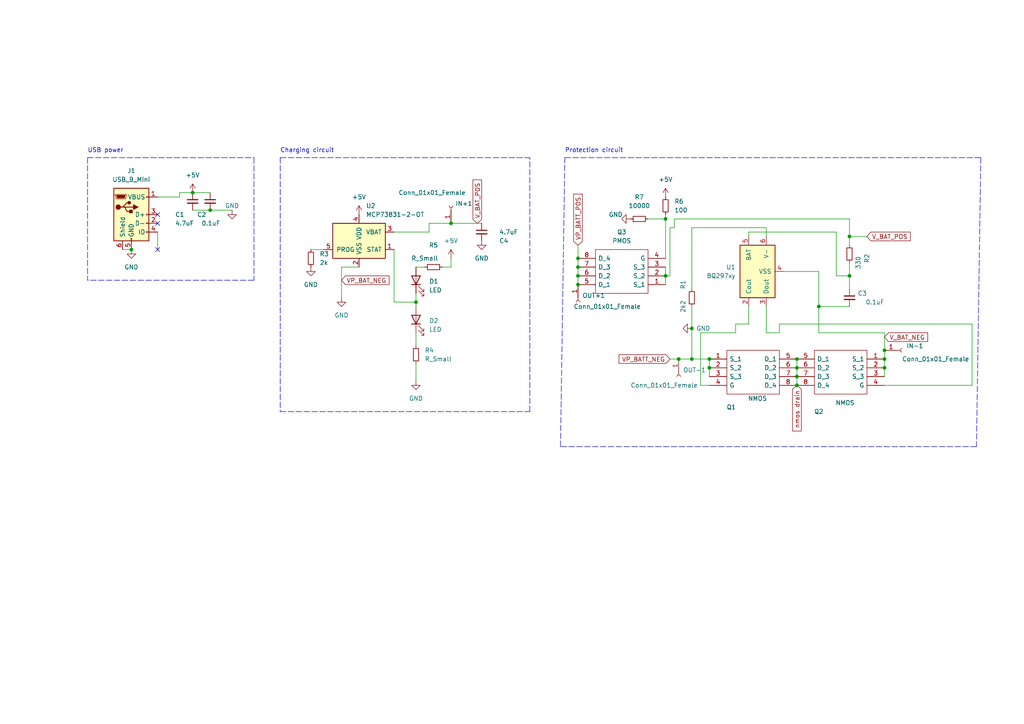
<source format=kicad_sch>
(kicad_sch (version 20211123) (generator eeschema)
  (paper "A4")
  (lib_symbols
    (symbol "Battery_Management:BQ297xy" (pin_names (offset 1.016))
      (property "Reference" "U" (at -6.35 6.35 0))
      (property "Value" "BQ297xy" (at 5.08 -6.35 0))
      (symbol "BQ297xy_0_1"
        (rectangle (start -7.62 5.08) (end 7.62 -5.08) (stroke (width 0.254)) (fill (type background)))
      )
      (symbol "BQ297xy_1_1"
        (pin no_connect line (at 7.62 0 180) (length 2.54) hide (name "NC") (number "1"))
        (pin output line (at 10.16 2.54 180) (length 2.54) (name "Cout") (number "2"))
        (pin output line (at 10.16 -2.54 180) (length 2.54) (name "Dout") (number "3"))
        (pin power_in line (at 0 -7.62 90) (length 2.54) (name "VSS") (number "4"))
        (pin input line (at -10.16 2.54 0) (length 2.54) (name "BAT") (number "5"))
        (pin input line (at -10.16 -2.54 0) (length 2.54) (name "V-") (number "6"))
      )
    )
    (symbol "Battery_Management:MCP73831-2-OT" (pin_names (offset 1.016))
      (property "Reference" "U" (at -7.62 6.35 0))
      (property "Value" "MCP73831-2-OT" (at 1.27 6.35 0))
      (symbol "MCP73831-2-OT_0_1"
        (rectangle (start -7.62 5.08) (end 7.62 -5.08) (stroke (width 0.254)) (fill (type background)))
      )
      (symbol "MCP73831-2-OT_1_1"
        (pin output line (at 10.16 -2.54 180) (length 2.54) (name "STAT") (number "1"))
        (pin power_in line (at 0 -7.62 90) (length 2.54) (name "VSS") (number "2"))
        (pin power_out line (at 10.16 2.54 180) (length 2.54) (name "VBAT") (number "3"))
        (pin power_in line (at 0 7.62 270) (length 2.54) (name "VDD") (number "4"))
        (pin input line (at -10.16 -2.54 0) (length 2.54) (name "PROG") (number "5"))
      )
    )
    (symbol "Connector:Conn_01x01_Female" (pin_names (offset 1.016) hide)
      (property "Reference" "J" (at 0 2.54 0))
      (property "Value" "Conn_01x01_Female" (at 0 -2.54 0))
      (symbol "Conn_01x01_Female_1_1"
        (polyline (pts (xy -1.27 0) (xy -0.508 0)) (stroke (width 0.1524)))
        (arc (start 0 0.508) (mid -0.508 0) (end 0 -0.508) (stroke (width 0.1524)))
        (pin passive line (at -5.08 0 0) (length 3.81) (name "Pin_1") (number "1"))
      )
    )
    (symbol "Connector:USB_B_Mini" (pin_names (offset 1.016))
      (property "Reference" "J" (at -5.08 11.43 0))
      (property "Value" "USB_B_Mini" (at -5.08 8.89 0))
      (symbol "USB_B_Mini_0_1"
        (rectangle (start -5.08 -7.62) (end 5.08 7.62) (stroke (width 0.254)) (fill (type background)))
        (circle (center -3.81 2.159) (radius 0.635) (stroke (width 0.254)) (fill (type outline)))
        (circle (center -0.635 3.429) (radius 0.381) (stroke (width 0.254)) (fill (type outline)))
        (rectangle (start -0.127 -7.62) (end 0.127 -6.858))
        (polyline (pts (xy -1.905 2.159) (xy 0.635 2.159)) (stroke (width 0.254)))
        (polyline (pts (xy -3.175 2.159) (xy -2.54 2.159) (xy -1.27 3.429) (xy -0.635 3.429)) (stroke (width 0.254)))
        (polyline (pts (xy -2.54 2.159) (xy -1.905 2.159) (xy -1.27 0.889) (xy 0 0.889)) (stroke (width 0.254)))
        (polyline (pts (xy 0.635 2.794) (xy 0.635 1.524) (xy 1.905 2.159) (xy 0.635 2.794)) (stroke (width 0.254)) (fill (type outline)))
        (polyline (pts (xy -4.318 5.588) (xy -1.778 5.588) (xy -2.032 4.826) (xy -4.064 4.826) (xy -4.318 5.588)) (fill (type outline)))
        (polyline (pts (xy -4.699 5.842) (xy -4.699 5.588) (xy -4.445 4.826) (xy -4.445 4.572) (xy -1.651 4.572) (xy -1.651 4.826) (xy -1.397 5.588) (xy -1.397 5.842) (xy -4.699 5.842)))
        (rectangle (start 0.254 1.27) (end -0.508 0.508) (stroke (width 0.254)) (fill (type outline)))
        (rectangle (start 5.08 -5.207) (end 4.318 -4.953))
        (rectangle (start 5.08 -2.667) (end 4.318 -2.413))
        (rectangle (start 5.08 -0.127) (end 4.318 0.127))
        (rectangle (start 5.08 4.953) (end 4.318 5.207))
      )
      (symbol "USB_B_Mini_1_1"
        (pin power_out line (at 7.62 5.08 180) (length 2.54) (name "VBUS") (number "1"))
        (pin bidirectional line (at 7.62 -2.54 180) (length 2.54) (name "D-") (number "2"))
        (pin bidirectional line (at 7.62 0 180) (length 2.54) (name "D+") (number "3"))
        (pin passive line (at 7.62 -5.08 180) (length 2.54) (name "ID") (number "4"))
        (pin power_out line (at 0 -10.16 90) (length 2.54) (name "GND") (number "5"))
        (pin passive line (at -2.54 -10.16 90) (length 2.54) (name "Shield") (number "6"))
      )
    )
    (symbol "Custom:SQJ418EP-T1_GE3" (pin_names (offset 0.762))
      (property "Reference" "Q" (at 21.59 7.62 0))
      (property "Value" "SQJ418EP-T1_GE3" (at 21.59 5.08 0))
      (symbol "SQJ418EP-T1_GE3_0_0"
        (pin passive line (at 0 0 0) (length 5.08) (name "S_1") (number "1"))
        (pin passive line (at 0 -2.54 0) (length 5.08) (name "S_2") (number "2"))
        (pin passive line (at 0 -5.08 0) (length 5.08) (name "S_3") (number "3"))
        (pin passive line (at 0 -7.62 0) (length 5.08) (name "G") (number "4"))
        (pin passive line (at 25.4 0 180) (length 5.08) (name "D_1") (number "5"))
        (pin passive line (at 25.4 -2.54 180) (length 5.08) (name "D_2") (number "6"))
        (pin passive line (at 25.4 -5.08 180) (length 5.08) (name "D_3") (number "7"))
        (pin passive line (at 25.4 -7.62 180) (length 5.08) (name "D_4") (number "8"))
      )
      (symbol "SQJ418EP-T1_GE3_0_1"
        (polyline (pts (xy 5.08 2.54) (xy 20.32 2.54) (xy 20.32 -10.16) (xy 5.08 -10.16) (xy 5.08 2.54)) (stroke (width 0.1524)))
      )
    )
    (symbol "Device:C_Small" (pin_numbers hide) (pin_names (offset 0.254) hide)
      (property "Reference" "C" (at 0.254 1.778 0))
      (property "Value" "C_Small" (at 0.254 -2.032 0))
      (symbol "C_Small_0_1"
        (polyline (pts (xy -1.524 -0.508) (xy 1.524 -0.508)) (stroke (width 0.3302)))
        (polyline (pts (xy -1.524 0.508) (xy 1.524 0.508)) (stroke (width 0.3048)))
      )
      (symbol "C_Small_1_1"
        (pin passive line (at 0 2.54 270) (length 2.032) (name "~") (number "1"))
        (pin passive line (at 0 -2.54 90) (length 2.032) (name "~") (number "2"))
      )
    )
    (symbol "Device:LED" (pin_numbers hide) (pin_names (offset 1.016) hide)
      (property "Reference" "D" (at 0 2.54 0))
      (property "Value" "LED" (at 0 -2.54 0))
      (symbol "LED_0_1"
        (polyline (pts (xy -1.27 -1.27) (xy -1.27 1.27)) (stroke (width 0.254)))
        (polyline (pts (xy -1.27 0) (xy 1.27 0)))
        (polyline (pts (xy 1.27 -1.27) (xy 1.27 1.27) (xy -1.27 0) (xy 1.27 -1.27)) (stroke (width 0.254)))
        (polyline (pts (xy -3.048 -0.762) (xy -4.572 -2.286) (xy -3.81 -2.286) (xy -4.572 -2.286) (xy -4.572 -1.524)))
        (polyline (pts (xy -1.778 -0.762) (xy -3.302 -2.286) (xy -2.54 -2.286) (xy -3.302 -2.286) (xy -3.302 -1.524)))
      )
      (symbol "LED_1_1"
        (pin passive line (at -3.81 0 0) (length 2.54) (name "K") (number "1"))
        (pin passive line (at 3.81 0 180) (length 2.54) (name "A") (number "2"))
      )
    )
    (symbol "Device:R_Small" (pin_numbers hide) (pin_names (offset 0.254) hide)
      (property "Reference" "R" (at 0.762 0.508 0))
      (property "Value" "R_Small" (at 0.762 -1.016 0))
      (symbol "R_Small_0_1"
        (rectangle (start -0.762 1.778) (end 0.762 -1.778) (stroke (width 0.2032)))
      )
      (symbol "R_Small_1_1"
        (pin passive line (at 0 2.54 270) (length 0.762) (name "~") (number "1"))
        (pin passive line (at 0 -2.54 90) (length 0.762) (name "~") (number "2"))
      )
    )
    (symbol "power:+5V" (power) (pin_names (offset 0))
      (property "Value" "+5V" (at 0 3.556 0))
      (symbol "+5V_0_1"
        (polyline (pts (xy -0.762 1.27) (xy 0 2.54)))
        (polyline (pts (xy 0 0) (xy 0 2.54)))
        (polyline (pts (xy 0 2.54) (xy 0.762 1.27)))
      )
      (symbol "+5V_1_1"
        (pin power_in line (at 0 0 90) (length 0) hide (name "+5V") (number "1"))
      )
    )
    (symbol "power:GND" (power) (pin_names (offset 0))
      (property "Value" "GND" (at 0 -3.81 0))
      (symbol "GND_0_1"
        (polyline (pts (xy 0 0) (xy 0 -1.27) (xy 1.27 -1.27) (xy 0 -2.54) (xy -1.27 -1.27) (xy 0 -1.27)))
      )
      (symbol "GND_1_1"
        (pin power_in line (at 0 0 270) (length 0) hide (name "GND") (number "1"))
      )
    )
  )
  (junction (at 205.74 106.68))
  (junction (at 246.38 80.01))
  (junction (at 193.04 80.01))
  (junction (at 237.49 88.9))
  (junction (at 193.04 63.5))
  (junction (at 205.74 104.14))
  (junction (at 231.14 104.14))
  (junction (at 167.64 82.55))
  (junction (at 200.66 104.14))
  (junction (at 231.14 109.22))
  (junction (at 120.65 87.63))
  (junction (at 196.85 104.14))
  (junction (at 167.64 74.93))
  (junction (at 167.64 77.47))
  (junction (at 246.38 68.58))
  (junction (at 256.54 106.68))
  (junction (at 60.96 60.96))
  (junction (at 256.54 101.6))
  (junction (at 231.14 106.68))
  (junction (at 200.66 95.25))
  (junction (at 38.1 72.39))
  (junction (at 55.88 55.88))
  (junction (at 231.14 111.76))
  (junction (at 256.54 104.14))
  (junction (at 130.81 64.77))
  (junction (at 167.64 80.01))
  (no_connect (at 45.72 72.39))
  (no_connect (at 45.72 62.23))
  (no_connect (at 45.72 64.77))
  (polyline (pts (xy 73.66 45.72) (xy 73.66 81.28)))
  (wire (pts (xy 222.25 96.52) (xy 226.06 96.52)))
  (wire (pts (xy 45.72 67.31) (xy 45.72 72.39)))
  (polyline (pts (xy 25.4 45.72) (xy 25.4 81.28)))
  (wire (pts (xy 222.25 88.9) (xy 222.25 96.52)))
  (wire (pts (xy 242.57 80.01) (xy 246.38 80.01)))
  (wire (pts (xy 237.49 78.74) (xy 237.49 88.9)))
  (wire (pts (xy 217.17 67.31) (xy 217.17 68.58)))
  (wire (pts (xy 167.64 74.93) (xy 167.64 77.47)))
  (wire (pts (xy 200.66 104.14) (xy 205.74 104.14)))
  (wire (pts (xy 120.65 87.63) (xy 120.65 85.09)))
  (wire (pts (xy 237.49 88.9) (xy 237.49 96.52)))
  (polyline (pts (xy 162.56 129.54) (xy 163.83 45.72)))
  (wire (pts (xy 203.2 111.76) (xy 205.74 111.76)))
  (wire (pts (xy 227.33 78.74) (xy 237.49 78.74)))
  (wire (pts (xy 200.66 66.04) (xy 200.66 83.82)))
  (wire (pts (xy 120.65 77.47) (xy 123.19 77.47)))
  (wire (pts (xy 231.14 104.14) (xy 231.14 106.68)))
  (wire (pts (xy 193.04 77.47) (xy 193.04 80.01)))
  (wire (pts (xy 222.25 66.04) (xy 200.66 66.04)))
  (polyline (pts (xy 283.21 129.54) (xy 162.56 129.54)))
  (wire (pts (xy 167.64 71.12) (xy 167.64 74.93)))
  (wire (pts (xy 187.96 63.5) (xy 193.04 63.5)))
  (polyline (pts (xy 25.4 45.72) (xy 73.66 45.72)))
  (wire (pts (xy 194.31 104.14) (xy 196.85 104.14)))
  (wire (pts (xy 114.3 87.63) (xy 120.65 87.63)))
  (wire (pts (xy 194.31 66.04) (xy 195.58 66.04)))
  (wire (pts (xy 246.38 63.5) (xy 246.38 68.58)))
  (wire (pts (xy 213.36 93.98) (xy 213.36 96.52)))
  (wire (pts (xy 246.38 76.2) (xy 246.38 80.01)))
  (wire (pts (xy 213.36 96.52) (xy 203.2 96.52)))
  (wire (pts (xy 35.56 72.39) (xy 38.1 72.39)))
  (polyline (pts (xy 73.66 81.28) (xy 25.4 81.28)))
  (wire (pts (xy 226.06 93.98) (xy 226.06 96.52)))
  (wire (pts (xy 193.04 80.01) (xy 193.04 82.55)))
  (wire (pts (xy 120.65 96.52) (xy 120.65 100.33)))
  (polyline (pts (xy 163.83 45.72) (xy 284.48 45.72)))
  (wire (pts (xy 200.66 95.25) (xy 200.66 104.14)))
  (wire (pts (xy 52.07 57.15) (xy 52.07 55.88)))
  (wire (pts (xy 114.3 72.39) (xy 114.3 87.63)))
  (wire (pts (xy 193.04 62.23) (xy 193.04 63.5)))
  (wire (pts (xy 195.58 66.04) (xy 195.58 63.5)))
  (wire (pts (xy 167.64 80.01) (xy 167.64 82.55)))
  (wire (pts (xy 120.65 105.41) (xy 120.65 110.49)))
  (wire (pts (xy 90.17 72.39) (xy 93.98 72.39)))
  (wire (pts (xy 281.94 93.98) (xy 226.06 93.98)))
  (wire (pts (xy 194.31 66.04) (xy 194.31 80.01)))
  (wire (pts (xy 128.27 77.47) (xy 130.81 77.47)))
  (wire (pts (xy 124.46 67.31) (xy 124.46 64.77)))
  (wire (pts (xy 55.88 55.88) (xy 60.96 55.88)))
  (wire (pts (xy 167.64 77.47) (xy 167.64 80.01)))
  (wire (pts (xy 203.2 96.52) (xy 203.2 111.76)))
  (wire (pts (xy 193.04 63.5) (xy 193.04 74.93)))
  (wire (pts (xy 246.38 80.01) (xy 246.38 83.82)))
  (wire (pts (xy 231.14 109.22) (xy 231.14 111.76)))
  (wire (pts (xy 231.14 106.68) (xy 231.14 109.22)))
  (wire (pts (xy 256.54 104.14) (xy 256.54 106.68)))
  (wire (pts (xy 237.49 88.9) (xy 246.38 88.9)))
  (polyline (pts (xy 153.67 119.38) (xy 153.67 45.72)))
  (wire (pts (xy 130.81 64.77) (xy 139.7 64.77)))
  (wire (pts (xy 114.3 67.31) (xy 124.46 67.31)))
  (wire (pts (xy 99.06 77.47) (xy 104.14 77.47)))
  (wire (pts (xy 194.31 80.01) (xy 193.04 80.01)))
  (wire (pts (xy 52.07 55.88) (xy 55.88 55.88)))
  (polyline (pts (xy 81.28 119.38) (xy 153.67 119.38)))
  (wire (pts (xy 256.54 101.6) (xy 256.54 104.14)))
  (wire (pts (xy 242.57 67.31) (xy 242.57 80.01)))
  (wire (pts (xy 124.46 64.77) (xy 130.81 64.77)))
  (wire (pts (xy 200.66 88.9) (xy 200.66 95.25)))
  (wire (pts (xy 67.31 60.96) (xy 60.96 60.96)))
  (wire (pts (xy 256.54 106.68) (xy 256.54 109.22)))
  (polyline (pts (xy 284.48 45.72) (xy 283.21 129.54)))
  (wire (pts (xy 205.74 104.14) (xy 205.74 106.68)))
  (wire (pts (xy 196.85 104.14) (xy 200.66 104.14)))
  (wire (pts (xy 55.88 60.96) (xy 60.96 60.96)))
  (wire (pts (xy 217.17 93.98) (xy 213.36 93.98)))
  (wire (pts (xy 222.25 66.04) (xy 222.25 68.58)))
  (wire (pts (xy 246.38 68.58) (xy 251.46 68.58)))
  (wire (pts (xy 45.72 57.15) (xy 52.07 57.15)))
  (wire (pts (xy 237.49 96.52) (xy 256.54 96.52)))
  (wire (pts (xy 281.94 111.76) (xy 281.94 93.98)))
  (wire (pts (xy 256.54 111.76) (xy 281.94 111.76)))
  (polyline (pts (xy 81.28 45.72) (xy 81.28 119.38)))
  (wire (pts (xy 120.65 87.63) (xy 120.65 88.9)))
  (wire (pts (xy 99.06 77.47) (xy 99.06 86.36)))
  (wire (pts (xy 217.17 67.31) (xy 242.57 67.31)))
  (wire (pts (xy 195.58 63.5) (xy 246.38 63.5)))
  (wire (pts (xy 130.81 77.47) (xy 130.81 74.93)))
  (wire (pts (xy 217.17 88.9) (xy 217.17 93.98)))
  (polyline (pts (xy 81.28 45.72) (xy 153.67 45.72)))
  (wire (pts (xy 205.74 104.14) (xy 208.28 104.14)))
  (wire (pts (xy 246.38 71.12) (xy 246.38 68.58)))
  (wire (pts (xy 256.54 96.52) (xy 256.54 101.6)))
  (wire (pts (xy 205.74 106.68) (xy 205.74 109.22)))
  (text "USB power\n" (at 25.4 44.45 0) (effects (font (size 1.27 1.27)) (justify left bottom)))
  (text "Charging circuit\n" (at 81.28 44.45 0) (effects (font (size 1.27 1.27)) (justify left bottom)))
  (text "Protection circuit\n" (at 163.83 44.45 0) (effects (font (size 1.27 1.27)) (justify left bottom)))
  (global_label "V_BAT_NEG" (shape input) (at 256.54 97.79 0) (property "Intersheet References" "${INTERSHEET_REFS}" (effects hide)))
  (global_label "V_BAT_POS" (shape input) (at 251.46 68.58 0) (property "Intersheet References" "${INTERSHEET_REFS}" (effects hide)))
  (global_label "nmos drain" (shape input) (at 231.14 111.76 270) (property "Intersheet References" "${INTERSHEET_REFS}" (effects hide)))
  (global_label "VP_BATT_POS" (shape input) (at 167.64 71.12 90) (property "Intersheet References" "${INTERSHEET_REFS}" (effects hide)))
  (global_label "VP_BATT_NEG" (shape input) (at 194.31 104.14 180) (property "Intersheet References" "${INTERSHEET_REFS}" (effects hide)))
  (global_label "VP_BAT_NEG" (shape input) (at 99.06 81.28 0) (property "Intersheet References" "${INTERSHEET_REFS}" (effects hide)))
  (global_label "V_BAT_POS" (shape input) (at 138.43 64.77 90) (property "Intersheet References" "${INTERSHEET_REFS}" (effects hide)))
  (symbol (lib_id "Battery_Management:BQ297xy") (at 219.71 78.74 90) (mirror x) (unit 1)
    (property "Reference" "U1" (at 213.36 77.4699 90) (effects (justify left)))
    (property "Value" "BQ297xy" (at 213.36 80.0099 90) (effects (justify left)))
    (property "Footprint" "Package_SON:WSON-6_1.5x1.5mm_P0.5mm" (effects hide))
    (property "Datasheet" "http://www.ti.com/lit/ds/symlink/bq2970.pdf" (effects hide))
  )
  (symbol (lib_id "power:+5V") (at 193.04 57.15 0) (unit 1)
    (property "Reference" "#PWR0112" (effects hide))
    (property "Value" "+5V" (at 193.04 52.07 0))
  )
  (symbol (lib_id "Device:R_Small") (at 200.66 86.36 180) (unit 1)
    (property "Reference" "R1" (at 198.12 82.55 90))
    (property "Value" "2k2" (at 198.12 88.9 90))
    (property "Footprint" "Resistor_SMD:R_0805_2012Metric_Pad1.20x1.40mm_HandSolder" (effects hide))
  )
  (symbol (lib_id "power:GND") (at 99.06 86.36 0) (unit 1)
    (property "Reference" "#PWR0104" (effects hide))
    (property "Value" "GND" (at 99.06 91.44 0))
  )
  (symbol (lib_id "Connector:Conn_01x01_Female") (at 261.62 101.6 0) (unit 1)
    (property "Reference" "IN-1" (at 262.89 100.3299 0) (effects (justify left)))
    (property "Value" "Conn_01x01_Female" (at 261.62 104.14 0) (effects (justify left)))
    (property "Footprint" "TestPoint:TestPoint_Pad_3.0x3.0mm" (effects hide))
  )
  (symbol (lib_id "Custom:SQJ418EP-T1_GE3") (at 205.74 104.14 0) (unit 1)
    (property "Reference" "Q1" (at 212.09 118.11 0))
    (property "Value" "NMOS" (at 219.71 115.57 0))
    (property "Footprint" "custom:SQJ418EPT1_GE3" (effects hide))
    (property "Datasheet" "http://www.vishay.com/docs/75958/sqj418ep.pdf" (effects hide))
    (property "Description" "MOSFET N Ch 100Vds 20Vgs AEC-Q101 Qualified Automotive N-Channel 100 V (D-S) 175 C MOSFET" (effects hide))
    (property "Height" "1.267" (effects hide))
    (property "Manufacturer_Name" "Vishay" (effects hide))
    (property "Manufacturer_Part_Number" "SQJ418EP-T1_GE3" (effects hide))
    (property "Mouser Part Number" "78-SQJ418EP-T1_GE3" (effects hide))
    (property "Mouser Price/Stock" "https://www.mouser.co.uk/ProductDetail/Vishay-Siliconix/SQJ418EP-T1_GE3?qs=G1ssh2j%252Bqz5HnMuH9FrRDw%3D%3D" (effects hide))
    (property "Arrow Part Number" "SQJ418EP-T1_GE3" (effects hide))
    (property "Arrow Price/Stock" "https://www.arrow.com/en/products/sqj418ep-t1-ge3/vishay" (effects hide))
  )
  (symbol (lib_id "power:GND") (at 120.65 110.49 0) (unit 1)
    (property "Reference" "#PWR0102" (effects hide))
    (property "Value" "GND" (at 120.65 115.57 0))
  )
  (symbol (lib_id "Custom:SQJ418EP-T1_GE3") (at 256.54 104.14 0) (mirror y) (unit 1)
    (property "Reference" "Q2" (at 237.49 119.38 0))
    (property "Value" "NMOS" (at 245.11 116.84 0))
    (property "Footprint" "custom:SQJ418EPT1_GE3" (effects hide))
    (property "Datasheet" "http://www.vishay.com/docs/75958/sqj418ep.pdf" (effects hide))
    (property "Description" "MOSFET N Ch 100Vds 20Vgs AEC-Q101 Qualified Automotive N-Channel 100 V (D-S) 175 C MOSFET" (effects hide))
    (property "Height" "1.267" (effects hide))
    (property "Manufacturer_Name" "Vishay" (effects hide))
    (property "Manufacturer_Part_Number" "SQJ418EP-T1_GE3" (effects hide))
    (property "Mouser Part Number" "78-SQJ418EP-T1_GE3" (effects hide))
    (property "Mouser Price/Stock" "https://www.mouser.co.uk/ProductDetail/Vishay-Siliconix/SQJ418EP-T1_GE3?qs=G1ssh2j%252Bqz5HnMuH9FrRDw%3D%3D" (effects hide))
    (property "Arrow Part Number" "SQJ418EP-T1_GE3" (effects hide))
    (property "Arrow Price/Stock" "https://www.arrow.com/en/products/sqj418ep-t1-ge3/vishay" (effects hide))
  )
  (symbol (lib_id "Device:C_Small") (at 60.96 58.42 0) (unit 1)
    (property "Reference" "C2" (at 57.15 62.23 0) (effects (justify left)))
    (property "Value" "0.1uF" (at 58.42 64.77 0) (effects (justify left)))
    (property "Footprint" "Capacitor_SMD:C_0805_2012Metric_Pad1.18x1.45mm_HandSolder" (effects hide))
  )
  (symbol (lib_id "Custom:SQJ418EP-T1_GE3") (at 193.04 82.55 180) (unit 1)
    (property "Reference" "Q3" (at 180.34 67.31 0))
    (property "Value" "PMOS" (at 180.34 69.85 0))
    (property "Footprint" "custom:SQJ418EPT1_GE3" (effects hide))
    (property "Datasheet" "http://www.vishay.com/docs/75958/sqj418ep.pdf" (effects hide))
    (property "Description" "MOSFET N Ch 100Vds 20Vgs AEC-Q101 Qualified Automotive N-Channel 100 V (D-S) 175 C MOSFET" (effects hide))
    (property "Height" "1.267" (effects hide))
    (property "Manufacturer_Name" "Vishay" (effects hide))
    (property "Manufacturer_Part_Number" "SQJ418EP-T1_GE3" (effects hide))
    (property "Mouser Part Number" "78-SQJ418EP-T1_GE3" (effects hide))
    (property "Mouser Price/Stock" "https://www.mouser.co.uk/ProductDetail/Vishay-Siliconix/SQJ418EP-T1_GE3?qs=G1ssh2j%252Bqz5HnMuH9FrRDw%3D%3D" (effects hide))
    (property "Arrow Part Number" "SQJ418EP-T1_GE3" (effects hide))
    (property "Arrow Price/Stock" "https://www.arrow.com/en/products/sqj418ep-t1-ge3/vishay" (effects hide))
  )
  (symbol (lib_id "power:+5V") (at 130.81 74.93 0) (unit 1)
    (property "Reference" "#PWR0106" (effects hide))
    (property "Value" "+5V" (at 130.81 69.85 0))
  )
  (symbol (lib_id "Device:LED") (at 120.65 92.71 90) (unit 1)
    (property "Reference" "D2" (at 124.46 93.0274 90) (effects (justify right)))
    (property "Value" "LED" (at 124.46 95.5674 90) (effects (justify right)))
    (property "Footprint" "LED_SMD:LED_0603_1608Metric_Pad1.05x0.95mm_HandSolder" (effects hide))
  )
  (symbol (lib_id "Battery_Management:MCP73831-2-OT") (at 104.14 69.85 0) (unit 1)
    (property "Reference" "U2" (at 106.1594 59.69 0) (effects (justify left)))
    (property "Value" "MCP73831-2-OT" (at 106.1594 62.23 0) (effects (justify left)))
    (property "Footprint" "Package_TO_SOT_SMD:SOT-23-5" (effects hide))
    (property "Datasheet" "http://ww1.microchip.com/downloads/en/DeviceDoc/20001984g.pdf" (effects hide))
  )
  (symbol (lib_id "power:GND") (at 182.88 63.5 270) (unit 1)
    (property "Reference" "#PWR0110" (effects hide))
    (property "Value" "GND" (at 176.53 62.23 90) (effects (justify left)))
  )
  (symbol (lib_id "Device:LED") (at 120.65 81.28 90) (unit 1)
    (property "Reference" "D1" (at 124.46 81.5974 90) (effects (justify right)))
    (property "Value" "LED" (at 124.46 84.1374 90) (effects (justify right)))
    (property "Footprint" "LED_SMD:LED_0603_1608Metric_Pad1.05x0.95mm_HandSolder" (effects hide))
  )
  (symbol (lib_id "Connector:Conn_01x01_Female") (at 130.81 59.69 90) (unit 1)
    (property "Reference" "IN+1" (at 132.08 59.0549 90) (effects (justify right)))
    (property "Value" "Conn_01x01_Female" (at 115.57 55.88 90) (effects (justify right)))
    (property "Footprint" "TestPoint:TestPoint_Pad_3.0x3.0mm" (effects hide))
  )
  (symbol (lib_id "power:+5V") (at 55.88 55.88 0) (unit 1)
    (property "Reference" "#PWR0109" (effects hide))
    (property "Value" "+5V" (at 55.88 50.8 0))
  )
  (symbol (lib_id "Device:R_Small") (at 90.17 74.93 0) (unit 1)
    (property "Reference" "R3" (at 92.71 73.6599 0) (effects (justify left)))
    (property "Value" "2k" (at 92.71 76.1999 0) (effects (justify left)))
    (property "Footprint" "Resistor_SMD:R_0805_2012Metric_Pad1.20x1.40mm_HandSolder" (effects hide))
  )
  (symbol (lib_id "Device:R_Small") (at 120.65 102.87 0) (unit 1)
    (property "Reference" "R4" (at 123.19 101.5999 0) (effects (justify left)))
    (property "Value" "R_Small" (at 123.19 104.1399 0) (effects (justify left)))
    (property "Footprint" "Resistor_SMD:R_0805_2012Metric_Pad1.20x1.40mm_HandSolder" (effects hide))
  )
  (symbol (lib_id "Connector:USB_B_Mini") (at 38.1 62.23 0) (unit 1)
    (property "Reference" "J1" (at 38.1 49.53 0))
    (property "Value" "USB_B_Mini" (at 38.1 52.07 0))
    (property "Footprint" "Connector_USB:USB_Mini-B_Lumberg_2486_01_Horizontal" (effects hide))
  )
  (symbol (lib_id "Device:R_Small") (at 125.73 77.47 90) (unit 1)
    (property "Reference" "R5" (at 125.73 71.12 90))
    (property "Value" "R_Small" (at 123.19 74.93 90))
    (property "Footprint" "Resistor_SMD:R_0805_2012Metric_Pad1.20x1.40mm_HandSolder" (effects hide))
  )
  (symbol (lib_id "Device:R_Small") (at 193.04 59.69 0) (unit 1)
    (property "Reference" "R6" (at 195.58 58.4199 0) (effects (justify left)))
    (property "Value" "100" (at 195.58 60.9599 0) (effects (justify left)))
    (property "Footprint" "Resistor_SMD:R_0805_2012Metric_Pad1.20x1.40mm_HandSolder" (effects hide))
  )
  (symbol (lib_id "power:GND") (at 90.17 77.47 0) (unit 1)
    (property "Reference" "#PWR0103" (effects hide))
    (property "Value" "GND" (at 90.17 82.55 0))
  )
  (symbol (lib_id "Device:R_Small") (at 185.42 63.5 90) (unit 1)
    (property "Reference" "R7" (at 185.42 57.15 90))
    (property "Value" "10000" (at 185.42 59.69 90))
    (property "Footprint" "Resistor_SMD:R_0805_2012Metric_Pad1.20x1.40mm_HandSolder" (effects hide))
  )
  (symbol (lib_id "power:GND") (at 38.1 72.39 0) (unit 1)
    (property "Reference" "#PWR0108" (effects hide))
    (property "Value" "GND" (at 38.1 77.47 0))
  )
  (symbol (lib_id "Device:C_Small") (at 139.7 67.31 0) (unit 1)
    (property "Reference" "C4" (at 144.78 69.85 0) (effects (justify left)))
    (property "Value" "4.7uF" (at 144.78 67.31 0) (effects (justify left)))
    (property "Footprint" "Capacitor_SMD:C_0805_2012Metric_Pad1.18x1.45mm_HandSolder" (effects hide))
  )
  (symbol (lib_id "Device:C_Small") (at 55.88 58.42 0) (unit 1)
    (property "Reference" "C1" (at 50.8 62.23 0) (effects (justify left)))
    (property "Value" "4.7uF" (at 50.8 64.77 0) (effects (justify left)))
    (property "Footprint" "Capacitor_SMD:C_0805_2012Metric_Pad1.18x1.45mm_HandSolder" (effects hide))
  )
  (symbol (lib_id "power:GND") (at 139.7 69.85 0) (unit 1)
    (property "Reference" "#PWR0107" (effects hide))
    (property "Value" "GND" (at 139.7 74.93 0))
  )
  (symbol (lib_id "Connector:Conn_01x01_Female") (at 167.64 87.63 270) (unit 1)
    (property "Reference" "OUT+1" (at 168.91 85.7249 90) (effects (justify left)))
    (property "Value" "Conn_01x01_Female" (at 166.37 88.9 90) (effects (justify left)))
    (property "Footprint" "TestPoint:TestPoint_Pad_3.0x3.0mm" (effects hide))
  )
  (symbol (lib_id "Device:C_Small") (at 246.38 86.36 0) (mirror y) (unit 1)
    (property "Reference" "C3" (at 251.46 85.09 0) (effects (justify left)))
    (property "Value" "0.1uF" (at 256.54 87.63 0) (effects (justify left)))
    (property "Footprint" "Capacitor_SMD:C_0805_2012Metric_Pad1.18x1.45mm_HandSolder" (effects hide))
  )
  (symbol (lib_id "Connector:Conn_01x01_Female") (at 196.85 109.22 270) (unit 1)
    (property "Reference" "OUT-1" (at 198.12 107.3149 90) (effects (justify left)))
    (property "Value" "Conn_01x01_Female" (at 182.88 111.76 90) (effects (justify left)))
    (property "Footprint" "TestPoint:TestPoint_Pad_3.0x3.0mm" (effects hide))
  )
  (symbol (lib_id "Device:R_Small") (at 246.38 73.66 0) (mirror x) (unit 1)
    (property "Reference" "R2" (at 251.46 74.93 90))
    (property "Value" "330" (at 248.92 76.2 90))
    (property "Footprint" "Resistor_SMD:R_0805_2012Metric_Pad1.20x1.40mm_HandSolder" (effects hide))
  )
  (symbol (lib_id "power:+5V") (at 104.14 62.23 0) (unit 1)
    (property "Reference" "#PWR0105" (effects hide))
    (property "Value" "+5V" (at 104.14 57.15 0))
  )
  (symbol (lib_id "power:GND") (at 200.66 95.25 270) (unit 1)
    (property "Reference" "#PWR0111" (effects hide))
    (property "Value" "GND" (at 201.93 95.2499 90) (effects (justify left)))
  )
  (symbol (lib_id "power:GND") (at 67.31 60.96 0) (unit 1)
    (property "Reference" "#PWR0101" (effects hide))
    (property "Value" "GND" (at 67.31 59.69 0))
  )
)
</source>
